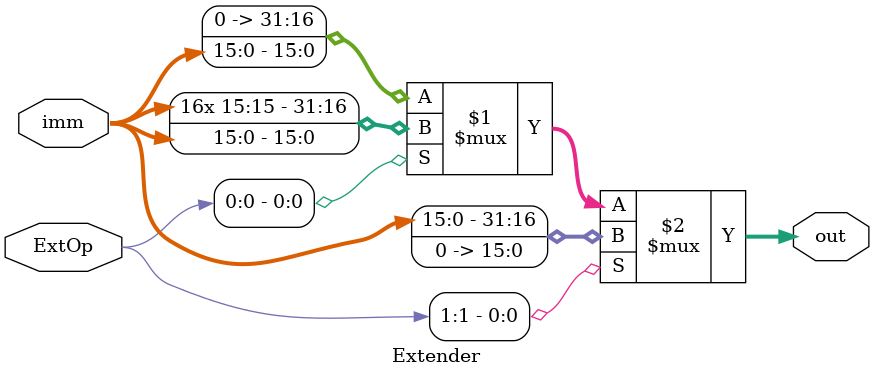
<source format=v>
module Extender(input [15:0]imm,input [1:0]ExtOp,output [31:0]out);
assign out=ExtOp[1]?{imm,16'h0000}:ExtOp[0]?{{16{imm[15]}},imm}:{16'b0000_0000_0000_0000,imm};       //1:sig extender 0:zero extender
endmodule

</source>
